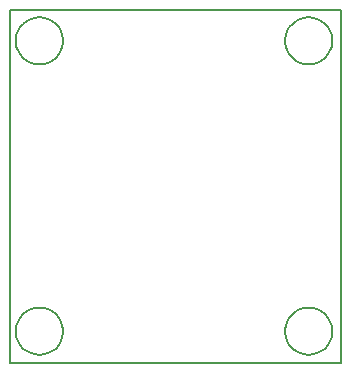
<source format=gbr>
G04 PROTEUS GERBER X2 FILE*
%TF.GenerationSoftware,Labcenter,Proteus,8.12-SP2-Build31155*%
%TF.CreationDate,2022-11-22T15:15:40+00:00*%
%TF.FileFunction,NonPlated,1,2,NPTH*%
%TF.FilePolarity,Positive*%
%TF.Part,Single*%
%TF.SameCoordinates,{db666e91-7e64-407d-bbc7-fed632b84bd4}*%
%FSLAX45Y45*%
%MOMM*%
G01*
%TA.AperFunction,Profile*%
%ADD14C,0.203200*%
%TD.AperFunction*%
D14*
X-4810000Y+1010000D02*
X-2000000Y+1010000D01*
X-2000000Y+4000000D01*
X-4810000Y+4000000D01*
X-4810000Y+1010000D01*
X-4357360Y+3737440D02*
X-4358020Y+3753679D01*
X-4363385Y+3786159D01*
X-4374585Y+3818639D01*
X-4392809Y+3851119D01*
X-4420676Y+3883445D01*
X-4453156Y+3908149D01*
X-4485636Y+3924137D01*
X-4518116Y+3933552D01*
X-4550596Y+3937326D01*
X-4557360Y+3937440D01*
X-4757360Y+3737440D02*
X-4756700Y+3753679D01*
X-4751335Y+3786159D01*
X-4740135Y+3818639D01*
X-4721911Y+3851119D01*
X-4694044Y+3883445D01*
X-4661564Y+3908149D01*
X-4629084Y+3924137D01*
X-4596604Y+3933552D01*
X-4564124Y+3937326D01*
X-4557360Y+3937440D01*
X-4757360Y+3737440D02*
X-4756700Y+3721201D01*
X-4751335Y+3688721D01*
X-4740135Y+3656241D01*
X-4721911Y+3623761D01*
X-4694044Y+3591435D01*
X-4661564Y+3566731D01*
X-4629084Y+3550743D01*
X-4596604Y+3541328D01*
X-4564124Y+3537554D01*
X-4557360Y+3537440D01*
X-4357360Y+3737440D02*
X-4358020Y+3721201D01*
X-4363385Y+3688721D01*
X-4374585Y+3656241D01*
X-4392809Y+3623761D01*
X-4420676Y+3591435D01*
X-4453156Y+3566731D01*
X-4485636Y+3550743D01*
X-4518116Y+3541328D01*
X-4550596Y+3537554D01*
X-4557360Y+3537440D01*
X-2077360Y+3737440D02*
X-2078020Y+3753679D01*
X-2083385Y+3786159D01*
X-2094585Y+3818639D01*
X-2112809Y+3851119D01*
X-2140676Y+3883445D01*
X-2173156Y+3908149D01*
X-2205636Y+3924137D01*
X-2238116Y+3933552D01*
X-2270596Y+3937326D01*
X-2277360Y+3937440D01*
X-2477360Y+3737440D02*
X-2476700Y+3753679D01*
X-2471335Y+3786159D01*
X-2460135Y+3818639D01*
X-2441911Y+3851119D01*
X-2414044Y+3883445D01*
X-2381564Y+3908149D01*
X-2349084Y+3924137D01*
X-2316604Y+3933552D01*
X-2284124Y+3937326D01*
X-2277360Y+3937440D01*
X-2477360Y+3737440D02*
X-2476700Y+3721201D01*
X-2471335Y+3688721D01*
X-2460135Y+3656241D01*
X-2441911Y+3623761D01*
X-2414044Y+3591435D01*
X-2381564Y+3566731D01*
X-2349084Y+3550743D01*
X-2316604Y+3541328D01*
X-2284124Y+3537554D01*
X-2277360Y+3537440D01*
X-2077360Y+3737440D02*
X-2078020Y+3721201D01*
X-2083385Y+3688721D01*
X-2094585Y+3656241D01*
X-2112809Y+3623761D01*
X-2140676Y+3591435D01*
X-2173156Y+3566731D01*
X-2205636Y+3550743D01*
X-2238116Y+3541328D01*
X-2270596Y+3537554D01*
X-2277360Y+3537440D01*
X-4357360Y+1277440D02*
X-4358020Y+1293679D01*
X-4363385Y+1326159D01*
X-4374585Y+1358639D01*
X-4392809Y+1391119D01*
X-4420676Y+1423445D01*
X-4453156Y+1448149D01*
X-4485636Y+1464137D01*
X-4518116Y+1473552D01*
X-4550596Y+1477326D01*
X-4557360Y+1477440D01*
X-4757360Y+1277440D02*
X-4756700Y+1293679D01*
X-4751335Y+1326159D01*
X-4740135Y+1358639D01*
X-4721911Y+1391119D01*
X-4694044Y+1423445D01*
X-4661564Y+1448149D01*
X-4629084Y+1464137D01*
X-4596604Y+1473552D01*
X-4564124Y+1477326D01*
X-4557360Y+1477440D01*
X-4757360Y+1277440D02*
X-4756700Y+1261201D01*
X-4751335Y+1228721D01*
X-4740135Y+1196241D01*
X-4721911Y+1163761D01*
X-4694044Y+1131435D01*
X-4661564Y+1106731D01*
X-4629084Y+1090743D01*
X-4596604Y+1081328D01*
X-4564124Y+1077554D01*
X-4557360Y+1077440D01*
X-4357360Y+1277440D02*
X-4358020Y+1261201D01*
X-4363385Y+1228721D01*
X-4374585Y+1196241D01*
X-4392809Y+1163761D01*
X-4420676Y+1131435D01*
X-4453156Y+1106731D01*
X-4485636Y+1090743D01*
X-4518116Y+1081328D01*
X-4550596Y+1077554D01*
X-4557360Y+1077440D01*
X-2077360Y+1277440D02*
X-2078020Y+1293679D01*
X-2083385Y+1326159D01*
X-2094585Y+1358639D01*
X-2112809Y+1391119D01*
X-2140676Y+1423445D01*
X-2173156Y+1448149D01*
X-2205636Y+1464137D01*
X-2238116Y+1473552D01*
X-2270596Y+1477326D01*
X-2277360Y+1477440D01*
X-2477360Y+1277440D02*
X-2476700Y+1293679D01*
X-2471335Y+1326159D01*
X-2460135Y+1358639D01*
X-2441911Y+1391119D01*
X-2414044Y+1423445D01*
X-2381564Y+1448149D01*
X-2349084Y+1464137D01*
X-2316604Y+1473552D01*
X-2284124Y+1477326D01*
X-2277360Y+1477440D01*
X-2477360Y+1277440D02*
X-2476700Y+1261201D01*
X-2471335Y+1228721D01*
X-2460135Y+1196241D01*
X-2441911Y+1163761D01*
X-2414044Y+1131435D01*
X-2381564Y+1106731D01*
X-2349084Y+1090743D01*
X-2316604Y+1081328D01*
X-2284124Y+1077554D01*
X-2277360Y+1077440D01*
X-2077360Y+1277440D02*
X-2078020Y+1261201D01*
X-2083385Y+1228721D01*
X-2094585Y+1196241D01*
X-2112809Y+1163761D01*
X-2140676Y+1131435D01*
X-2173156Y+1106731D01*
X-2205636Y+1090743D01*
X-2238116Y+1081328D01*
X-2270596Y+1077554D01*
X-2277360Y+1077440D01*
M02*

</source>
